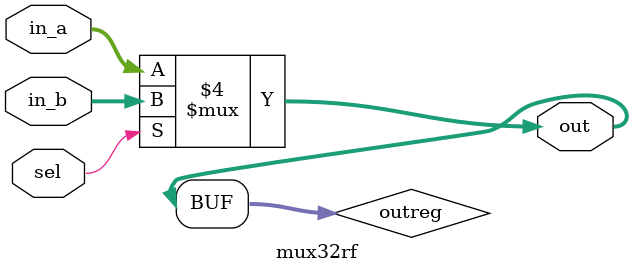
<source format=v>

`timescale 1ns/100ps

module mux32rf (in_a, in_b, sel, out);

  /*
   *  32-BIT MULTIPLEXER - mux32.v
   *
   *  Inputs:
   *   - in_a (32 bits): First input to multiplexer. Selected when sel = 0.
   *   - in_b (32 bits): Second input. Selected when sel = 1.
   *   - sel: Selects which input propagates to output.
   *
   *  Outputs:
   *   - out (32 bits): Multiplexer output.
   *
   */

  input  [31:0] in_a;
  input  [31:0] in_b;
  input         sel;
  output [31:0] out;

  reg   [31:0] outreg;
   
  always @ (in_a, in_b, sel)
  begin
    if (sel == 1'b0)
      outreg = in_a;
    else
      outreg = in_b;
  end

  assign out = outreg;

endmodule

</source>
